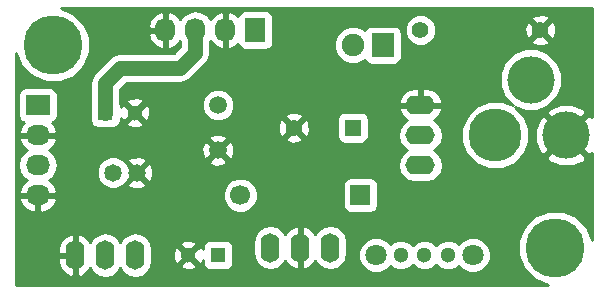
<source format=gbl>
G04 #@! TF.FileFunction,Copper,L2,Bot,Signal*
%FSLAX46Y46*%
G04 Gerber Fmt 4.6, Leading zero omitted, Abs format (unit mm)*
G04 Created by KiCad (PCBNEW (2015-08-16 BZR 6097, Git b384c94)-product) date 11/6/2015 8:34:41 PM*
%MOMM*%
G01*
G04 APERTURE LIST*
%ADD10C,0.100000*%
%ADD11C,5.000000*%
%ADD12C,4.500000*%
%ADD13C,4.000000*%
%ADD14R,1.900000X2.000000*%
%ADD15C,1.900000*%
%ADD16C,1.300000*%
%ADD17C,1.800000*%
%ADD18R,1.400000X1.400000*%
%ADD19C,1.400000*%
%ADD20R,1.300000X1.300000*%
%ADD21C,1.699260*%
%ADD22R,1.699260X1.699260*%
%ADD23O,2.500000X1.600000*%
%ADD24O,1.600000X2.500000*%
%ADD25C,1.501140*%
%ADD26C,1.480820*%
%ADD27R,2.032000X1.727200*%
%ADD28O,2.032000X1.727200*%
%ADD29R,1.727200X2.032000*%
%ADD30O,1.727200X2.032000*%
%ADD31C,1.270000*%
%ADD32C,0.254000*%
G04 APERTURE END LIST*
D10*
D11*
X192405000Y-125095000D03*
X234950000Y-142240000D03*
D12*
X229870000Y-132715000D03*
D13*
X235870000Y-132715000D03*
X232870000Y-128015000D03*
D14*
X220345000Y-125095000D03*
D15*
X217805000Y-125095000D03*
D16*
X221865000Y-142875000D03*
X225865000Y-142875000D03*
D17*
X219765000Y-142875000D03*
X227965000Y-142875000D03*
D16*
X223865000Y-142875000D03*
D18*
X217805000Y-132080000D03*
D19*
X212805000Y-132080000D03*
D20*
X206375000Y-142875000D03*
D16*
X203875000Y-142875000D03*
D21*
X208279480Y-137797540D03*
D22*
X218439480Y-137797540D03*
D23*
X223520000Y-132715000D03*
X223520000Y-130175000D03*
X223520000Y-135255000D03*
D24*
X213360000Y-142240000D03*
X215900000Y-142240000D03*
X210820000Y-142240000D03*
D25*
X206375000Y-133985000D03*
X206375000Y-130175000D03*
D19*
X223520000Y-123825000D03*
X233680000Y-123825000D03*
D26*
X197500240Y-135890000D03*
X199501760Y-135890000D03*
D20*
X196850000Y-130810000D03*
D16*
X199350000Y-130810000D03*
D27*
X191135000Y-130175000D03*
D28*
X191135000Y-132715000D03*
X191135000Y-135255000D03*
X191135000Y-137795000D03*
D29*
X209550000Y-123825000D03*
D30*
X207010000Y-123825000D03*
X204470000Y-123825000D03*
X201930000Y-123825000D03*
D24*
X196850000Y-142875000D03*
X194310000Y-142875000D03*
X199390000Y-142875000D03*
D31*
X196850000Y-130810000D02*
X196850000Y-128270000D01*
X196850000Y-128270000D02*
X198120000Y-127000000D01*
X198120000Y-127000000D02*
X203200000Y-127000000D01*
X203200000Y-127000000D02*
X204470000Y-125730000D01*
X204470000Y-125730000D02*
X204470000Y-123825000D01*
D32*
G36*
X238075000Y-131216090D02*
X237745022Y-131019584D01*
X236049605Y-132715000D01*
X237745022Y-134410416D01*
X238075000Y-134213910D01*
X238075000Y-141593630D01*
X237609273Y-140466485D01*
X236728153Y-139583826D01*
X235576326Y-139105546D01*
X234329146Y-139104457D01*
X233176485Y-139580727D01*
X232293826Y-140461847D01*
X231815546Y-141613674D01*
X231814457Y-142860854D01*
X232290727Y-144013515D01*
X233171847Y-144896174D01*
X234300906Y-145365000D01*
X189280000Y-145365000D01*
X189280000Y-143002000D01*
X192875000Y-143002000D01*
X192875000Y-143452000D01*
X193032834Y-143991483D01*
X193385104Y-144429500D01*
X193878181Y-144699367D01*
X193960961Y-144716904D01*
X194183000Y-144594915D01*
X194183000Y-143002000D01*
X192875000Y-143002000D01*
X189280000Y-143002000D01*
X189280000Y-142298000D01*
X192875000Y-142298000D01*
X192875000Y-142748000D01*
X194183000Y-142748000D01*
X194183000Y-141155085D01*
X194437000Y-141155085D01*
X194437000Y-142748000D01*
X194457000Y-142748000D01*
X194457000Y-143002000D01*
X194437000Y-143002000D01*
X194437000Y-144594915D01*
X194659039Y-144716904D01*
X194741819Y-144699367D01*
X195234896Y-144429500D01*
X195582136Y-143997738D01*
X195835302Y-144376627D01*
X196300849Y-144687696D01*
X196850000Y-144796929D01*
X197399151Y-144687696D01*
X197864698Y-144376627D01*
X198120000Y-143994541D01*
X198375302Y-144376627D01*
X198840849Y-144687696D01*
X199390000Y-144796929D01*
X199939151Y-144687696D01*
X200404698Y-144376627D01*
X200715767Y-143911080D01*
X200743030Y-143774016D01*
X203155590Y-143774016D01*
X203211271Y-144004611D01*
X203694078Y-144172622D01*
X204204428Y-144143083D01*
X204538729Y-144004611D01*
X204594410Y-143774016D01*
X203875000Y-143054605D01*
X203155590Y-143774016D01*
X200743030Y-143774016D01*
X200825000Y-143361929D01*
X200825000Y-142694078D01*
X202577378Y-142694078D01*
X202606917Y-143204428D01*
X202745389Y-143538729D01*
X202975984Y-143594410D01*
X203695395Y-142875000D01*
X204054605Y-142875000D01*
X204774016Y-143594410D01*
X205004611Y-143538729D01*
X205077560Y-143329098D01*
X205077560Y-143525000D01*
X205121838Y-143760317D01*
X205260910Y-143976441D01*
X205473110Y-144121431D01*
X205725000Y-144172440D01*
X207025000Y-144172440D01*
X207260317Y-144128162D01*
X207476441Y-143989090D01*
X207621431Y-143776890D01*
X207672440Y-143525000D01*
X207672440Y-142225000D01*
X207628162Y-141989683D01*
X207489090Y-141773559D01*
X207459105Y-141753071D01*
X209385000Y-141753071D01*
X209385000Y-142726929D01*
X209494233Y-143276080D01*
X209805302Y-143741627D01*
X210270849Y-144052696D01*
X210820000Y-144161929D01*
X211369151Y-144052696D01*
X211834698Y-143741627D01*
X212087864Y-143362738D01*
X212435104Y-143794500D01*
X212928181Y-144064367D01*
X213010961Y-144081904D01*
X213233000Y-143959915D01*
X213233000Y-142367000D01*
X213213000Y-142367000D01*
X213213000Y-142113000D01*
X213233000Y-142113000D01*
X213233000Y-140520085D01*
X213487000Y-140520085D01*
X213487000Y-142113000D01*
X213507000Y-142113000D01*
X213507000Y-142367000D01*
X213487000Y-142367000D01*
X213487000Y-143959915D01*
X213709039Y-144081904D01*
X213791819Y-144064367D01*
X214284896Y-143794500D01*
X214632136Y-143362738D01*
X214885302Y-143741627D01*
X215350849Y-144052696D01*
X215900000Y-144161929D01*
X216449151Y-144052696D01*
X216914698Y-143741627D01*
X217225767Y-143276080D01*
X217245079Y-143178991D01*
X218229735Y-143178991D01*
X218462932Y-143743371D01*
X218894357Y-144175551D01*
X219458330Y-144409733D01*
X220068991Y-144410265D01*
X220633371Y-144177068D01*
X220991869Y-143819196D01*
X221136155Y-143963735D01*
X221608276Y-144159777D01*
X222119481Y-144160223D01*
X222591943Y-143965005D01*
X222865160Y-143692266D01*
X223136155Y-143963735D01*
X223608276Y-144159777D01*
X224119481Y-144160223D01*
X224591943Y-143965005D01*
X224865160Y-143692266D01*
X225136155Y-143963735D01*
X225608276Y-144159777D01*
X226119481Y-144160223D01*
X226591943Y-143965005D01*
X226738316Y-143818887D01*
X227094357Y-144175551D01*
X227658330Y-144409733D01*
X228268991Y-144410265D01*
X228833371Y-144177068D01*
X229265551Y-143745643D01*
X229499733Y-143181670D01*
X229500265Y-142571009D01*
X229267068Y-142006629D01*
X228835643Y-141574449D01*
X228271670Y-141340267D01*
X227661009Y-141339735D01*
X227096629Y-141572932D01*
X226738131Y-141930804D01*
X226593845Y-141786265D01*
X226121724Y-141590223D01*
X225610519Y-141589777D01*
X225138057Y-141784995D01*
X224864840Y-142057734D01*
X224593845Y-141786265D01*
X224121724Y-141590223D01*
X223610519Y-141589777D01*
X223138057Y-141784995D01*
X222864840Y-142057734D01*
X222593845Y-141786265D01*
X222121724Y-141590223D01*
X221610519Y-141589777D01*
X221138057Y-141784995D01*
X220991684Y-141931113D01*
X220635643Y-141574449D01*
X220071670Y-141340267D01*
X219461009Y-141339735D01*
X218896629Y-141572932D01*
X218464449Y-142004357D01*
X218230267Y-142568330D01*
X218229735Y-143178991D01*
X217245079Y-143178991D01*
X217335000Y-142726929D01*
X217335000Y-141753071D01*
X217225767Y-141203920D01*
X216914698Y-140738373D01*
X216449151Y-140427304D01*
X215900000Y-140318071D01*
X215350849Y-140427304D01*
X214885302Y-140738373D01*
X214632136Y-141117262D01*
X214284896Y-140685500D01*
X213791819Y-140415633D01*
X213709039Y-140398096D01*
X213487000Y-140520085D01*
X213233000Y-140520085D01*
X213010961Y-140398096D01*
X212928181Y-140415633D01*
X212435104Y-140685500D01*
X212087864Y-141117262D01*
X211834698Y-140738373D01*
X211369151Y-140427304D01*
X210820000Y-140318071D01*
X210270849Y-140427304D01*
X209805302Y-140738373D01*
X209494233Y-141203920D01*
X209385000Y-141753071D01*
X207459105Y-141753071D01*
X207276890Y-141628569D01*
X207025000Y-141577560D01*
X205725000Y-141577560D01*
X205489683Y-141621838D01*
X205273559Y-141760910D01*
X205128569Y-141973110D01*
X205077560Y-142225000D01*
X205077560Y-142387385D01*
X205004611Y-142211271D01*
X204774016Y-142155590D01*
X204054605Y-142875000D01*
X203695395Y-142875000D01*
X202975984Y-142155590D01*
X202745389Y-142211271D01*
X202577378Y-142694078D01*
X200825000Y-142694078D01*
X200825000Y-142388071D01*
X200743031Y-141975984D01*
X203155590Y-141975984D01*
X203875000Y-142695395D01*
X204594410Y-141975984D01*
X204538729Y-141745389D01*
X204055922Y-141577378D01*
X203545572Y-141606917D01*
X203211271Y-141745389D01*
X203155590Y-141975984D01*
X200743031Y-141975984D01*
X200715767Y-141838920D01*
X200404698Y-141373373D01*
X199939151Y-141062304D01*
X199390000Y-140953071D01*
X198840849Y-141062304D01*
X198375302Y-141373373D01*
X198120000Y-141755459D01*
X197864698Y-141373373D01*
X197399151Y-141062304D01*
X196850000Y-140953071D01*
X196300849Y-141062304D01*
X195835302Y-141373373D01*
X195582136Y-141752262D01*
X195234896Y-141320500D01*
X194741819Y-141050633D01*
X194659039Y-141033096D01*
X194437000Y-141155085D01*
X194183000Y-141155085D01*
X193960961Y-141033096D01*
X193878181Y-141050633D01*
X193385104Y-141320500D01*
X193032834Y-141758517D01*
X192875000Y-142298000D01*
X189280000Y-142298000D01*
X189280000Y-138154026D01*
X189527642Y-138154026D01*
X189530291Y-138169791D01*
X189784268Y-138697036D01*
X190220680Y-139086954D01*
X190773087Y-139280184D01*
X191008000Y-139135924D01*
X191008000Y-137922000D01*
X191262000Y-137922000D01*
X191262000Y-139135924D01*
X191496913Y-139280184D01*
X192049320Y-139086954D01*
X192485732Y-138697036D01*
X192739709Y-138169791D01*
X192742358Y-138154026D01*
X192709743Y-138091556D01*
X206794592Y-138091556D01*
X207020138Y-138637417D01*
X207437406Y-139055414D01*
X207982873Y-139281912D01*
X208573496Y-139282428D01*
X209119357Y-139056882D01*
X209537354Y-138639614D01*
X209763852Y-138094147D01*
X209764368Y-137503524D01*
X209538822Y-136957663D01*
X209529087Y-136947910D01*
X216942410Y-136947910D01*
X216942410Y-138647170D01*
X216986688Y-138882487D01*
X217125760Y-139098611D01*
X217337960Y-139243601D01*
X217589850Y-139294610D01*
X219289110Y-139294610D01*
X219524427Y-139250332D01*
X219740551Y-139111260D01*
X219885541Y-138899060D01*
X219936550Y-138647170D01*
X219936550Y-136947910D01*
X219892272Y-136712593D01*
X219753200Y-136496469D01*
X219541000Y-136351479D01*
X219289110Y-136300470D01*
X217589850Y-136300470D01*
X217354533Y-136344748D01*
X217138409Y-136483820D01*
X216993419Y-136696020D01*
X216942410Y-136947910D01*
X209529087Y-136947910D01*
X209121554Y-136539666D01*
X208576087Y-136313168D01*
X207985464Y-136312652D01*
X207439603Y-136538198D01*
X207021606Y-136955466D01*
X206795108Y-137500933D01*
X206794592Y-138091556D01*
X192709743Y-138091556D01*
X192621217Y-137922000D01*
X191262000Y-137922000D01*
X191008000Y-137922000D01*
X189648783Y-137922000D01*
X189527642Y-138154026D01*
X189280000Y-138154026D01*
X189280000Y-135255000D01*
X189451655Y-135255000D01*
X189565729Y-135828489D01*
X189890585Y-136314670D01*
X190200069Y-136521461D01*
X189784268Y-136892964D01*
X189530291Y-137420209D01*
X189527642Y-137435974D01*
X189648783Y-137668000D01*
X191008000Y-137668000D01*
X191008000Y-137648000D01*
X191262000Y-137648000D01*
X191262000Y-137668000D01*
X192621217Y-137668000D01*
X192742358Y-137435974D01*
X192739709Y-137420209D01*
X192485732Y-136892964D01*
X192069931Y-136521461D01*
X192379415Y-136314670D01*
X192481167Y-136162386D01*
X196124592Y-136162386D01*
X196333544Y-136668089D01*
X196720116Y-137055336D01*
X197225454Y-137265171D01*
X197772626Y-137265648D01*
X198278329Y-137056696D01*
X198480810Y-136854567D01*
X198716798Y-136854567D01*
X198783609Y-137094516D01*
X199299223Y-137277652D01*
X199845672Y-137249531D01*
X200219911Y-137094516D01*
X200286722Y-136854567D01*
X199501760Y-136069605D01*
X198716798Y-136854567D01*
X198480810Y-136854567D01*
X198665576Y-136670124D01*
X198753305Y-136458850D01*
X199322155Y-135890000D01*
X199681365Y-135890000D01*
X200466327Y-136674962D01*
X200706276Y-136608151D01*
X200889412Y-136092537D01*
X200861291Y-135546088D01*
X200706276Y-135171849D01*
X200466327Y-135105038D01*
X199681365Y-135890000D01*
X199322155Y-135890000D01*
X198753453Y-135321298D01*
X198666936Y-135111911D01*
X198480784Y-134925433D01*
X198716798Y-134925433D01*
X199501760Y-135710395D01*
X200255225Y-134956930D01*
X205582675Y-134956930D01*
X205650735Y-135197931D01*
X206170034Y-135382767D01*
X206720538Y-135354805D01*
X207099265Y-135197931D01*
X207167325Y-134956930D01*
X206375000Y-134164605D01*
X205582675Y-134956930D01*
X200255225Y-134956930D01*
X200286722Y-134925433D01*
X200219911Y-134685484D01*
X199704297Y-134502348D01*
X199157848Y-134530469D01*
X198783609Y-134685484D01*
X198716798Y-134925433D01*
X198480784Y-134925433D01*
X198280364Y-134724664D01*
X197775026Y-134514829D01*
X197227854Y-134514352D01*
X196722151Y-134723304D01*
X196334904Y-135109876D01*
X196125069Y-135615214D01*
X196124592Y-136162386D01*
X192481167Y-136162386D01*
X192704271Y-135828489D01*
X192818345Y-135255000D01*
X192704271Y-134681511D01*
X192379415Y-134195330D01*
X192069931Y-133988539D01*
X192303298Y-133780034D01*
X204977233Y-133780034D01*
X205005195Y-134330538D01*
X205162069Y-134709265D01*
X205403070Y-134777325D01*
X206195395Y-133985000D01*
X206554605Y-133985000D01*
X207346930Y-134777325D01*
X207587931Y-134709265D01*
X207772767Y-134189966D01*
X207744805Y-133639462D01*
X207587931Y-133260735D01*
X207346930Y-133192675D01*
X206554605Y-133985000D01*
X206195395Y-133985000D01*
X205403070Y-133192675D01*
X205162069Y-133260735D01*
X204977233Y-133780034D01*
X192303298Y-133780034D01*
X192485732Y-133617036D01*
X192739709Y-133089791D01*
X192742358Y-133074026D01*
X192710533Y-133013070D01*
X205582675Y-133013070D01*
X206375000Y-133805395D01*
X207165120Y-133015275D01*
X212049331Y-133015275D01*
X212111169Y-133251042D01*
X212612122Y-133427419D01*
X213142440Y-133398664D01*
X213498831Y-133251042D01*
X213560669Y-133015275D01*
X212805000Y-132259605D01*
X212049331Y-133015275D01*
X207165120Y-133015275D01*
X207167325Y-133013070D01*
X207099265Y-132772069D01*
X206579966Y-132587233D01*
X206029462Y-132615195D01*
X205650735Y-132772069D01*
X205582675Y-133013070D01*
X192710533Y-133013070D01*
X192621217Y-132842000D01*
X191262000Y-132842000D01*
X191262000Y-132862000D01*
X191008000Y-132862000D01*
X191008000Y-132842000D01*
X189648783Y-132842000D01*
X189527642Y-133074026D01*
X189530291Y-133089791D01*
X189784268Y-133617036D01*
X190200069Y-133988539D01*
X189890585Y-134195330D01*
X189565729Y-134681511D01*
X189451655Y-135255000D01*
X189280000Y-135255000D01*
X189280000Y-129311400D01*
X189471560Y-129311400D01*
X189471560Y-131038600D01*
X189515838Y-131273917D01*
X189654910Y-131490041D01*
X189867110Y-131635031D01*
X189961927Y-131654232D01*
X189784268Y-131812964D01*
X189530291Y-132340209D01*
X189527642Y-132355974D01*
X189648783Y-132588000D01*
X191008000Y-132588000D01*
X191008000Y-132568000D01*
X191262000Y-132568000D01*
X191262000Y-132588000D01*
X192621217Y-132588000D01*
X192742358Y-132355974D01*
X192739709Y-132340209D01*
X192485732Y-131812964D01*
X192310155Y-131656093D01*
X192386317Y-131641762D01*
X192602441Y-131502690D01*
X192747431Y-131290490D01*
X192798440Y-131038600D01*
X192798440Y-130160000D01*
X195552560Y-130160000D01*
X195552560Y-131460000D01*
X195596838Y-131695317D01*
X195735910Y-131911441D01*
X195948110Y-132056431D01*
X196200000Y-132107440D01*
X197500000Y-132107440D01*
X197735317Y-132063162D01*
X197951441Y-131924090D01*
X198096431Y-131711890D01*
X198097012Y-131709016D01*
X198630590Y-131709016D01*
X198686271Y-131939611D01*
X199169078Y-132107622D01*
X199679428Y-132078083D01*
X200013729Y-131939611D01*
X200026403Y-131887122D01*
X211457581Y-131887122D01*
X211486336Y-132417440D01*
X211633958Y-132773831D01*
X211869725Y-132835669D01*
X212625395Y-132080000D01*
X212984605Y-132080000D01*
X213740275Y-132835669D01*
X213976042Y-132773831D01*
X214152419Y-132272878D01*
X214123664Y-131742560D01*
X213976042Y-131386169D01*
X213952522Y-131380000D01*
X216457560Y-131380000D01*
X216457560Y-132780000D01*
X216501838Y-133015317D01*
X216640910Y-133231441D01*
X216853110Y-133376431D01*
X217105000Y-133427440D01*
X218505000Y-133427440D01*
X218740317Y-133383162D01*
X218956441Y-133244090D01*
X219101431Y-133031890D01*
X219152440Y-132780000D01*
X219152440Y-132715000D01*
X221598071Y-132715000D01*
X221707304Y-133264151D01*
X222018373Y-133729698D01*
X222400459Y-133985000D01*
X222018373Y-134240302D01*
X221707304Y-134705849D01*
X221598071Y-135255000D01*
X221707304Y-135804151D01*
X222018373Y-136269698D01*
X222483920Y-136580767D01*
X223033071Y-136690000D01*
X224006929Y-136690000D01*
X224556080Y-136580767D01*
X225021627Y-136269698D01*
X225332696Y-135804151D01*
X225441929Y-135255000D01*
X225332696Y-134705849D01*
X225021627Y-134240302D01*
X224639541Y-133985000D01*
X225021627Y-133729698D01*
X225317867Y-133286344D01*
X226984501Y-133286344D01*
X227422790Y-134347086D01*
X228233645Y-135159357D01*
X229293620Y-135599498D01*
X230441344Y-135600499D01*
X231502086Y-135162210D01*
X232075273Y-134590022D01*
X234174584Y-134590022D01*
X234395353Y-134960743D01*
X235367012Y-135354119D01*
X236415247Y-135345713D01*
X237344647Y-134960743D01*
X237565416Y-134590022D01*
X235870000Y-132894605D01*
X234174584Y-134590022D01*
X232075273Y-134590022D01*
X232314357Y-134351355D01*
X232754498Y-133291380D01*
X232755439Y-132212012D01*
X233230881Y-132212012D01*
X233239287Y-133260247D01*
X233624257Y-134189647D01*
X233994978Y-134410416D01*
X235690395Y-132715000D01*
X233994978Y-131019584D01*
X233624257Y-131240353D01*
X233230881Y-132212012D01*
X232755439Y-132212012D01*
X232755499Y-132143656D01*
X232317210Y-131082914D01*
X232074698Y-130839978D01*
X234174584Y-130839978D01*
X235870000Y-132535395D01*
X237565416Y-130839978D01*
X237344647Y-130469257D01*
X236372988Y-130075881D01*
X235324753Y-130084287D01*
X234395353Y-130469257D01*
X234174584Y-130839978D01*
X232074698Y-130839978D01*
X231559651Y-130324032D01*
X232343567Y-130649542D01*
X233391834Y-130650457D01*
X234360658Y-130250147D01*
X235102542Y-129509557D01*
X235504542Y-128541433D01*
X235505457Y-127493166D01*
X235105147Y-126524342D01*
X234364557Y-125782458D01*
X233396433Y-125380458D01*
X232348166Y-125379543D01*
X231379342Y-125779853D01*
X230637458Y-126520443D01*
X230235458Y-127488567D01*
X230234543Y-128536834D01*
X230634853Y-129505658D01*
X231322147Y-130194153D01*
X230446380Y-129830502D01*
X229298656Y-129829501D01*
X228237914Y-130267790D01*
X227425643Y-131078645D01*
X226985502Y-132138620D01*
X226984501Y-133286344D01*
X225317867Y-133286344D01*
X225332696Y-133264151D01*
X225441929Y-132715000D01*
X225332696Y-132165849D01*
X225021627Y-131700302D01*
X224642738Y-131447136D01*
X225074500Y-131099896D01*
X225344367Y-130606819D01*
X225361904Y-130524039D01*
X225239915Y-130302000D01*
X223647000Y-130302000D01*
X223647000Y-130322000D01*
X223393000Y-130322000D01*
X223393000Y-130302000D01*
X221800085Y-130302000D01*
X221678096Y-130524039D01*
X221695633Y-130606819D01*
X221965500Y-131099896D01*
X222397262Y-131447136D01*
X222018373Y-131700302D01*
X221707304Y-132165849D01*
X221598071Y-132715000D01*
X219152440Y-132715000D01*
X219152440Y-131380000D01*
X219108162Y-131144683D01*
X218969090Y-130928559D01*
X218756890Y-130783569D01*
X218505000Y-130732560D01*
X217105000Y-130732560D01*
X216869683Y-130776838D01*
X216653559Y-130915910D01*
X216508569Y-131128110D01*
X216457560Y-131380000D01*
X213952522Y-131380000D01*
X213740275Y-131324331D01*
X212984605Y-132080000D01*
X212625395Y-132080000D01*
X211869725Y-131324331D01*
X211633958Y-131386169D01*
X211457581Y-131887122D01*
X200026403Y-131887122D01*
X200069410Y-131709016D01*
X199350000Y-130989605D01*
X198630590Y-131709016D01*
X198097012Y-131709016D01*
X198147440Y-131460000D01*
X198147440Y-131297615D01*
X198220389Y-131473729D01*
X198450984Y-131529410D01*
X199170395Y-130810000D01*
X199529605Y-130810000D01*
X200249016Y-131529410D01*
X200479611Y-131473729D01*
X200647622Y-130990922D01*
X200618083Y-130480572D01*
X200605171Y-130449398D01*
X204989190Y-130449398D01*
X205199686Y-130958837D01*
X205589113Y-131348944D01*
X206098184Y-131560329D01*
X206649398Y-131560810D01*
X207158837Y-131350314D01*
X207364784Y-131144725D01*
X212049331Y-131144725D01*
X212805000Y-131900395D01*
X213560669Y-131144725D01*
X213498831Y-130908958D01*
X212997878Y-130732581D01*
X212467560Y-130761336D01*
X212111169Y-130908958D01*
X212049331Y-131144725D01*
X207364784Y-131144725D01*
X207548944Y-130960887D01*
X207760329Y-130451816D01*
X207760810Y-129900602D01*
X207729969Y-129825961D01*
X221678096Y-129825961D01*
X221800085Y-130048000D01*
X223393000Y-130048000D01*
X223393000Y-128740000D01*
X223647000Y-128740000D01*
X223647000Y-130048000D01*
X225239915Y-130048000D01*
X225361904Y-129825961D01*
X225344367Y-129743181D01*
X225074500Y-129250104D01*
X224636483Y-128897834D01*
X224097000Y-128740000D01*
X223647000Y-128740000D01*
X223393000Y-128740000D01*
X222943000Y-128740000D01*
X222403517Y-128897834D01*
X221965500Y-129250104D01*
X221695633Y-129743181D01*
X221678096Y-129825961D01*
X207729969Y-129825961D01*
X207550314Y-129391163D01*
X207160887Y-129001056D01*
X206651816Y-128789671D01*
X206100602Y-128789190D01*
X205591163Y-128999686D01*
X205201056Y-129389113D01*
X204989671Y-129898184D01*
X204989190Y-130449398D01*
X200605171Y-130449398D01*
X200479611Y-130146271D01*
X200249016Y-130090590D01*
X199529605Y-130810000D01*
X199170395Y-130810000D01*
X198450984Y-130090590D01*
X198220389Y-130146271D01*
X198147440Y-130355902D01*
X198147440Y-130160000D01*
X198120000Y-130014169D01*
X198120000Y-129910984D01*
X198630590Y-129910984D01*
X199350000Y-130630395D01*
X200069410Y-129910984D01*
X200013729Y-129680389D01*
X199530922Y-129512378D01*
X199020572Y-129541917D01*
X198686271Y-129680389D01*
X198630590Y-129910984D01*
X198120000Y-129910984D01*
X198120000Y-128796052D01*
X198646051Y-128270000D01*
X203199995Y-128270000D01*
X203200000Y-128270001D01*
X203686008Y-128173327D01*
X204098026Y-127898026D01*
X205368023Y-126628028D01*
X205368026Y-126628026D01*
X205643327Y-126216008D01*
X205740000Y-125730000D01*
X205740000Y-124763892D01*
X206107964Y-125175732D01*
X206635209Y-125429709D01*
X206650974Y-125432358D01*
X206883000Y-125311217D01*
X206883000Y-123952000D01*
X206863000Y-123952000D01*
X206863000Y-123698000D01*
X206883000Y-123698000D01*
X206883000Y-122338783D01*
X207137000Y-122338783D01*
X207137000Y-123698000D01*
X207157000Y-123698000D01*
X207157000Y-123952000D01*
X207137000Y-123952000D01*
X207137000Y-125311217D01*
X207369026Y-125432358D01*
X207384791Y-125429709D01*
X207912036Y-125175732D01*
X208068907Y-125000155D01*
X208083238Y-125076317D01*
X208222310Y-125292441D01*
X208434510Y-125437431D01*
X208686400Y-125488440D01*
X210413600Y-125488440D01*
X210648917Y-125444162D01*
X210703726Y-125408893D01*
X216219725Y-125408893D01*
X216460519Y-125991657D01*
X216905997Y-126437914D01*
X217488341Y-126679724D01*
X218118893Y-126680275D01*
X218701657Y-126439481D01*
X218799337Y-126341971D01*
X218930910Y-126546441D01*
X219143110Y-126691431D01*
X219395000Y-126742440D01*
X221295000Y-126742440D01*
X221530317Y-126698162D01*
X221746441Y-126559090D01*
X221891431Y-126346890D01*
X221942440Y-126095000D01*
X221942440Y-124095000D01*
X221941384Y-124089383D01*
X222184769Y-124089383D01*
X222387582Y-124580229D01*
X222762796Y-124956098D01*
X223253287Y-125159768D01*
X223784383Y-125160231D01*
X224275229Y-124957418D01*
X224472716Y-124760275D01*
X232924331Y-124760275D01*
X232986169Y-124996042D01*
X233487122Y-125172419D01*
X234017440Y-125143664D01*
X234373831Y-124996042D01*
X234435669Y-124760275D01*
X233680000Y-124004605D01*
X232924331Y-124760275D01*
X224472716Y-124760275D01*
X224651098Y-124582204D01*
X224854768Y-124091713D01*
X224855168Y-123632122D01*
X232332581Y-123632122D01*
X232361336Y-124162440D01*
X232508958Y-124518831D01*
X232744725Y-124580669D01*
X233500395Y-123825000D01*
X233859605Y-123825000D01*
X234615275Y-124580669D01*
X234851042Y-124518831D01*
X235027419Y-124017878D01*
X234998664Y-123487560D01*
X234851042Y-123131169D01*
X234615275Y-123069331D01*
X233859605Y-123825000D01*
X233500395Y-123825000D01*
X232744725Y-123069331D01*
X232508958Y-123131169D01*
X232332581Y-123632122D01*
X224855168Y-123632122D01*
X224855231Y-123560617D01*
X224652418Y-123069771D01*
X224472686Y-122889725D01*
X232924331Y-122889725D01*
X233680000Y-123645395D01*
X234435669Y-122889725D01*
X234373831Y-122653958D01*
X233872878Y-122477581D01*
X233342560Y-122506336D01*
X232986169Y-122653958D01*
X232924331Y-122889725D01*
X224472686Y-122889725D01*
X224277204Y-122693902D01*
X223786713Y-122490232D01*
X223255617Y-122489769D01*
X222764771Y-122692582D01*
X222388902Y-123067796D01*
X222185232Y-123558287D01*
X222184769Y-124089383D01*
X221941384Y-124089383D01*
X221898162Y-123859683D01*
X221759090Y-123643559D01*
X221546890Y-123498569D01*
X221295000Y-123447560D01*
X219395000Y-123447560D01*
X219159683Y-123491838D01*
X218943559Y-123630910D01*
X218798569Y-123843110D01*
X218797945Y-123846192D01*
X218704003Y-123752086D01*
X218121659Y-123510276D01*
X217491107Y-123509725D01*
X216908343Y-123750519D01*
X216462086Y-124195997D01*
X216220276Y-124778341D01*
X216219725Y-125408893D01*
X210703726Y-125408893D01*
X210865041Y-125305090D01*
X211010031Y-125092890D01*
X211061040Y-124841000D01*
X211061040Y-122809000D01*
X211016762Y-122573683D01*
X210877690Y-122357559D01*
X210665490Y-122212569D01*
X210413600Y-122161560D01*
X208686400Y-122161560D01*
X208451083Y-122205838D01*
X208234959Y-122344910D01*
X208089969Y-122557110D01*
X208070768Y-122651927D01*
X207912036Y-122474268D01*
X207384791Y-122220291D01*
X207369026Y-122217642D01*
X207137000Y-122338783D01*
X206883000Y-122338783D01*
X206650974Y-122217642D01*
X206635209Y-122220291D01*
X206107964Y-122474268D01*
X205736461Y-122890069D01*
X205529670Y-122580585D01*
X205043489Y-122255729D01*
X204470000Y-122141655D01*
X203896511Y-122255729D01*
X203410330Y-122580585D01*
X203203539Y-122890069D01*
X202832036Y-122474268D01*
X202304791Y-122220291D01*
X202289026Y-122217642D01*
X202057000Y-122338783D01*
X202057000Y-123698000D01*
X202077000Y-123698000D01*
X202077000Y-123952000D01*
X202057000Y-123952000D01*
X202057000Y-125311217D01*
X202289026Y-125432358D01*
X202304791Y-125429709D01*
X202832036Y-125175732D01*
X203200000Y-124763892D01*
X203200000Y-125203949D01*
X202673948Y-125730000D01*
X198120000Y-125730000D01*
X197633992Y-125826673D01*
X197221974Y-126101974D01*
X197221972Y-126101977D01*
X195951974Y-127371974D01*
X195676673Y-127783992D01*
X195579999Y-128270000D01*
X195580000Y-128270005D01*
X195580000Y-130024497D01*
X195552560Y-130160000D01*
X192798440Y-130160000D01*
X192798440Y-129311400D01*
X192754162Y-129076083D01*
X192615090Y-128859959D01*
X192402890Y-128714969D01*
X192151000Y-128663960D01*
X190119000Y-128663960D01*
X189883683Y-128708238D01*
X189667559Y-128847310D01*
X189522569Y-129059510D01*
X189471560Y-129311400D01*
X189280000Y-129311400D01*
X189280000Y-125741370D01*
X189745727Y-126868515D01*
X190626847Y-127751174D01*
X191778674Y-128229454D01*
X193025854Y-128230543D01*
X194178515Y-127754273D01*
X195061174Y-126873153D01*
X195539454Y-125721326D01*
X195540543Y-124474146D01*
X195421861Y-124186913D01*
X200444816Y-124186913D01*
X200638046Y-124739320D01*
X201027964Y-125175732D01*
X201555209Y-125429709D01*
X201570974Y-125432358D01*
X201803000Y-125311217D01*
X201803000Y-123952000D01*
X200589076Y-123952000D01*
X200444816Y-124186913D01*
X195421861Y-124186913D01*
X195122782Y-123463087D01*
X200444816Y-123463087D01*
X200589076Y-123698000D01*
X201803000Y-123698000D01*
X201803000Y-122338783D01*
X201570974Y-122217642D01*
X201555209Y-122220291D01*
X201027964Y-122474268D01*
X200638046Y-122910680D01*
X200444816Y-123463087D01*
X195122782Y-123463087D01*
X195064273Y-123321485D01*
X194183153Y-122438826D01*
X193054094Y-121970000D01*
X238075000Y-121970000D01*
X238075000Y-131216090D01*
X238075000Y-131216090D01*
G37*
X238075000Y-131216090D02*
X237745022Y-131019584D01*
X236049605Y-132715000D01*
X237745022Y-134410416D01*
X238075000Y-134213910D01*
X238075000Y-141593630D01*
X237609273Y-140466485D01*
X236728153Y-139583826D01*
X235576326Y-139105546D01*
X234329146Y-139104457D01*
X233176485Y-139580727D01*
X232293826Y-140461847D01*
X231815546Y-141613674D01*
X231814457Y-142860854D01*
X232290727Y-144013515D01*
X233171847Y-144896174D01*
X234300906Y-145365000D01*
X189280000Y-145365000D01*
X189280000Y-143002000D01*
X192875000Y-143002000D01*
X192875000Y-143452000D01*
X193032834Y-143991483D01*
X193385104Y-144429500D01*
X193878181Y-144699367D01*
X193960961Y-144716904D01*
X194183000Y-144594915D01*
X194183000Y-143002000D01*
X192875000Y-143002000D01*
X189280000Y-143002000D01*
X189280000Y-142298000D01*
X192875000Y-142298000D01*
X192875000Y-142748000D01*
X194183000Y-142748000D01*
X194183000Y-141155085D01*
X194437000Y-141155085D01*
X194437000Y-142748000D01*
X194457000Y-142748000D01*
X194457000Y-143002000D01*
X194437000Y-143002000D01*
X194437000Y-144594915D01*
X194659039Y-144716904D01*
X194741819Y-144699367D01*
X195234896Y-144429500D01*
X195582136Y-143997738D01*
X195835302Y-144376627D01*
X196300849Y-144687696D01*
X196850000Y-144796929D01*
X197399151Y-144687696D01*
X197864698Y-144376627D01*
X198120000Y-143994541D01*
X198375302Y-144376627D01*
X198840849Y-144687696D01*
X199390000Y-144796929D01*
X199939151Y-144687696D01*
X200404698Y-144376627D01*
X200715767Y-143911080D01*
X200743030Y-143774016D01*
X203155590Y-143774016D01*
X203211271Y-144004611D01*
X203694078Y-144172622D01*
X204204428Y-144143083D01*
X204538729Y-144004611D01*
X204594410Y-143774016D01*
X203875000Y-143054605D01*
X203155590Y-143774016D01*
X200743030Y-143774016D01*
X200825000Y-143361929D01*
X200825000Y-142694078D01*
X202577378Y-142694078D01*
X202606917Y-143204428D01*
X202745389Y-143538729D01*
X202975984Y-143594410D01*
X203695395Y-142875000D01*
X204054605Y-142875000D01*
X204774016Y-143594410D01*
X205004611Y-143538729D01*
X205077560Y-143329098D01*
X205077560Y-143525000D01*
X205121838Y-143760317D01*
X205260910Y-143976441D01*
X205473110Y-144121431D01*
X205725000Y-144172440D01*
X207025000Y-144172440D01*
X207260317Y-144128162D01*
X207476441Y-143989090D01*
X207621431Y-143776890D01*
X207672440Y-143525000D01*
X207672440Y-142225000D01*
X207628162Y-141989683D01*
X207489090Y-141773559D01*
X207459105Y-141753071D01*
X209385000Y-141753071D01*
X209385000Y-142726929D01*
X209494233Y-143276080D01*
X209805302Y-143741627D01*
X210270849Y-144052696D01*
X210820000Y-144161929D01*
X211369151Y-144052696D01*
X211834698Y-143741627D01*
X212087864Y-143362738D01*
X212435104Y-143794500D01*
X212928181Y-144064367D01*
X213010961Y-144081904D01*
X213233000Y-143959915D01*
X213233000Y-142367000D01*
X213213000Y-142367000D01*
X213213000Y-142113000D01*
X213233000Y-142113000D01*
X213233000Y-140520085D01*
X213487000Y-140520085D01*
X213487000Y-142113000D01*
X213507000Y-142113000D01*
X213507000Y-142367000D01*
X213487000Y-142367000D01*
X213487000Y-143959915D01*
X213709039Y-144081904D01*
X213791819Y-144064367D01*
X214284896Y-143794500D01*
X214632136Y-143362738D01*
X214885302Y-143741627D01*
X215350849Y-144052696D01*
X215900000Y-144161929D01*
X216449151Y-144052696D01*
X216914698Y-143741627D01*
X217225767Y-143276080D01*
X217245079Y-143178991D01*
X218229735Y-143178991D01*
X218462932Y-143743371D01*
X218894357Y-144175551D01*
X219458330Y-144409733D01*
X220068991Y-144410265D01*
X220633371Y-144177068D01*
X220991869Y-143819196D01*
X221136155Y-143963735D01*
X221608276Y-144159777D01*
X222119481Y-144160223D01*
X222591943Y-143965005D01*
X222865160Y-143692266D01*
X223136155Y-143963735D01*
X223608276Y-144159777D01*
X224119481Y-144160223D01*
X224591943Y-143965005D01*
X224865160Y-143692266D01*
X225136155Y-143963735D01*
X225608276Y-144159777D01*
X226119481Y-144160223D01*
X226591943Y-143965005D01*
X226738316Y-143818887D01*
X227094357Y-144175551D01*
X227658330Y-144409733D01*
X228268991Y-144410265D01*
X228833371Y-144177068D01*
X229265551Y-143745643D01*
X229499733Y-143181670D01*
X229500265Y-142571009D01*
X229267068Y-142006629D01*
X228835643Y-141574449D01*
X228271670Y-141340267D01*
X227661009Y-141339735D01*
X227096629Y-141572932D01*
X226738131Y-141930804D01*
X226593845Y-141786265D01*
X226121724Y-141590223D01*
X225610519Y-141589777D01*
X225138057Y-141784995D01*
X224864840Y-142057734D01*
X224593845Y-141786265D01*
X224121724Y-141590223D01*
X223610519Y-141589777D01*
X223138057Y-141784995D01*
X222864840Y-142057734D01*
X222593845Y-141786265D01*
X222121724Y-141590223D01*
X221610519Y-141589777D01*
X221138057Y-141784995D01*
X220991684Y-141931113D01*
X220635643Y-141574449D01*
X220071670Y-141340267D01*
X219461009Y-141339735D01*
X218896629Y-141572932D01*
X218464449Y-142004357D01*
X218230267Y-142568330D01*
X218229735Y-143178991D01*
X217245079Y-143178991D01*
X217335000Y-142726929D01*
X217335000Y-141753071D01*
X217225767Y-141203920D01*
X216914698Y-140738373D01*
X216449151Y-140427304D01*
X215900000Y-140318071D01*
X215350849Y-140427304D01*
X214885302Y-140738373D01*
X214632136Y-141117262D01*
X214284896Y-140685500D01*
X213791819Y-140415633D01*
X213709039Y-140398096D01*
X213487000Y-140520085D01*
X213233000Y-140520085D01*
X213010961Y-140398096D01*
X212928181Y-140415633D01*
X212435104Y-140685500D01*
X212087864Y-141117262D01*
X211834698Y-140738373D01*
X211369151Y-140427304D01*
X210820000Y-140318071D01*
X210270849Y-140427304D01*
X209805302Y-140738373D01*
X209494233Y-141203920D01*
X209385000Y-141753071D01*
X207459105Y-141753071D01*
X207276890Y-141628569D01*
X207025000Y-141577560D01*
X205725000Y-141577560D01*
X205489683Y-141621838D01*
X205273559Y-141760910D01*
X205128569Y-141973110D01*
X205077560Y-142225000D01*
X205077560Y-142387385D01*
X205004611Y-142211271D01*
X204774016Y-142155590D01*
X204054605Y-142875000D01*
X203695395Y-142875000D01*
X202975984Y-142155590D01*
X202745389Y-142211271D01*
X202577378Y-142694078D01*
X200825000Y-142694078D01*
X200825000Y-142388071D01*
X200743031Y-141975984D01*
X203155590Y-141975984D01*
X203875000Y-142695395D01*
X204594410Y-141975984D01*
X204538729Y-141745389D01*
X204055922Y-141577378D01*
X203545572Y-141606917D01*
X203211271Y-141745389D01*
X203155590Y-141975984D01*
X200743031Y-141975984D01*
X200715767Y-141838920D01*
X200404698Y-141373373D01*
X199939151Y-141062304D01*
X199390000Y-140953071D01*
X198840849Y-141062304D01*
X198375302Y-141373373D01*
X198120000Y-141755459D01*
X197864698Y-141373373D01*
X197399151Y-141062304D01*
X196850000Y-140953071D01*
X196300849Y-141062304D01*
X195835302Y-141373373D01*
X195582136Y-141752262D01*
X195234896Y-141320500D01*
X194741819Y-141050633D01*
X194659039Y-141033096D01*
X194437000Y-141155085D01*
X194183000Y-141155085D01*
X193960961Y-141033096D01*
X193878181Y-141050633D01*
X193385104Y-141320500D01*
X193032834Y-141758517D01*
X192875000Y-142298000D01*
X189280000Y-142298000D01*
X189280000Y-138154026D01*
X189527642Y-138154026D01*
X189530291Y-138169791D01*
X189784268Y-138697036D01*
X190220680Y-139086954D01*
X190773087Y-139280184D01*
X191008000Y-139135924D01*
X191008000Y-137922000D01*
X191262000Y-137922000D01*
X191262000Y-139135924D01*
X191496913Y-139280184D01*
X192049320Y-139086954D01*
X192485732Y-138697036D01*
X192739709Y-138169791D01*
X192742358Y-138154026D01*
X192709743Y-138091556D01*
X206794592Y-138091556D01*
X207020138Y-138637417D01*
X207437406Y-139055414D01*
X207982873Y-139281912D01*
X208573496Y-139282428D01*
X209119357Y-139056882D01*
X209537354Y-138639614D01*
X209763852Y-138094147D01*
X209764368Y-137503524D01*
X209538822Y-136957663D01*
X209529087Y-136947910D01*
X216942410Y-136947910D01*
X216942410Y-138647170D01*
X216986688Y-138882487D01*
X217125760Y-139098611D01*
X217337960Y-139243601D01*
X217589850Y-139294610D01*
X219289110Y-139294610D01*
X219524427Y-139250332D01*
X219740551Y-139111260D01*
X219885541Y-138899060D01*
X219936550Y-138647170D01*
X219936550Y-136947910D01*
X219892272Y-136712593D01*
X219753200Y-136496469D01*
X219541000Y-136351479D01*
X219289110Y-136300470D01*
X217589850Y-136300470D01*
X217354533Y-136344748D01*
X217138409Y-136483820D01*
X216993419Y-136696020D01*
X216942410Y-136947910D01*
X209529087Y-136947910D01*
X209121554Y-136539666D01*
X208576087Y-136313168D01*
X207985464Y-136312652D01*
X207439603Y-136538198D01*
X207021606Y-136955466D01*
X206795108Y-137500933D01*
X206794592Y-138091556D01*
X192709743Y-138091556D01*
X192621217Y-137922000D01*
X191262000Y-137922000D01*
X191008000Y-137922000D01*
X189648783Y-137922000D01*
X189527642Y-138154026D01*
X189280000Y-138154026D01*
X189280000Y-135255000D01*
X189451655Y-135255000D01*
X189565729Y-135828489D01*
X189890585Y-136314670D01*
X190200069Y-136521461D01*
X189784268Y-136892964D01*
X189530291Y-137420209D01*
X189527642Y-137435974D01*
X189648783Y-137668000D01*
X191008000Y-137668000D01*
X191008000Y-137648000D01*
X191262000Y-137648000D01*
X191262000Y-137668000D01*
X192621217Y-137668000D01*
X192742358Y-137435974D01*
X192739709Y-137420209D01*
X192485732Y-136892964D01*
X192069931Y-136521461D01*
X192379415Y-136314670D01*
X192481167Y-136162386D01*
X196124592Y-136162386D01*
X196333544Y-136668089D01*
X196720116Y-137055336D01*
X197225454Y-137265171D01*
X197772626Y-137265648D01*
X198278329Y-137056696D01*
X198480810Y-136854567D01*
X198716798Y-136854567D01*
X198783609Y-137094516D01*
X199299223Y-137277652D01*
X199845672Y-137249531D01*
X200219911Y-137094516D01*
X200286722Y-136854567D01*
X199501760Y-136069605D01*
X198716798Y-136854567D01*
X198480810Y-136854567D01*
X198665576Y-136670124D01*
X198753305Y-136458850D01*
X199322155Y-135890000D01*
X199681365Y-135890000D01*
X200466327Y-136674962D01*
X200706276Y-136608151D01*
X200889412Y-136092537D01*
X200861291Y-135546088D01*
X200706276Y-135171849D01*
X200466327Y-135105038D01*
X199681365Y-135890000D01*
X199322155Y-135890000D01*
X198753453Y-135321298D01*
X198666936Y-135111911D01*
X198480784Y-134925433D01*
X198716798Y-134925433D01*
X199501760Y-135710395D01*
X200255225Y-134956930D01*
X205582675Y-134956930D01*
X205650735Y-135197931D01*
X206170034Y-135382767D01*
X206720538Y-135354805D01*
X207099265Y-135197931D01*
X207167325Y-134956930D01*
X206375000Y-134164605D01*
X205582675Y-134956930D01*
X200255225Y-134956930D01*
X200286722Y-134925433D01*
X200219911Y-134685484D01*
X199704297Y-134502348D01*
X199157848Y-134530469D01*
X198783609Y-134685484D01*
X198716798Y-134925433D01*
X198480784Y-134925433D01*
X198280364Y-134724664D01*
X197775026Y-134514829D01*
X197227854Y-134514352D01*
X196722151Y-134723304D01*
X196334904Y-135109876D01*
X196125069Y-135615214D01*
X196124592Y-136162386D01*
X192481167Y-136162386D01*
X192704271Y-135828489D01*
X192818345Y-135255000D01*
X192704271Y-134681511D01*
X192379415Y-134195330D01*
X192069931Y-133988539D01*
X192303298Y-133780034D01*
X204977233Y-133780034D01*
X205005195Y-134330538D01*
X205162069Y-134709265D01*
X205403070Y-134777325D01*
X206195395Y-133985000D01*
X206554605Y-133985000D01*
X207346930Y-134777325D01*
X207587931Y-134709265D01*
X207772767Y-134189966D01*
X207744805Y-133639462D01*
X207587931Y-133260735D01*
X207346930Y-133192675D01*
X206554605Y-133985000D01*
X206195395Y-133985000D01*
X205403070Y-133192675D01*
X205162069Y-133260735D01*
X204977233Y-133780034D01*
X192303298Y-133780034D01*
X192485732Y-133617036D01*
X192739709Y-133089791D01*
X192742358Y-133074026D01*
X192710533Y-133013070D01*
X205582675Y-133013070D01*
X206375000Y-133805395D01*
X207165120Y-133015275D01*
X212049331Y-133015275D01*
X212111169Y-133251042D01*
X212612122Y-133427419D01*
X213142440Y-133398664D01*
X213498831Y-133251042D01*
X213560669Y-133015275D01*
X212805000Y-132259605D01*
X212049331Y-133015275D01*
X207165120Y-133015275D01*
X207167325Y-133013070D01*
X207099265Y-132772069D01*
X206579966Y-132587233D01*
X206029462Y-132615195D01*
X205650735Y-132772069D01*
X205582675Y-133013070D01*
X192710533Y-133013070D01*
X192621217Y-132842000D01*
X191262000Y-132842000D01*
X191262000Y-132862000D01*
X191008000Y-132862000D01*
X191008000Y-132842000D01*
X189648783Y-132842000D01*
X189527642Y-133074026D01*
X189530291Y-133089791D01*
X189784268Y-133617036D01*
X190200069Y-133988539D01*
X189890585Y-134195330D01*
X189565729Y-134681511D01*
X189451655Y-135255000D01*
X189280000Y-135255000D01*
X189280000Y-129311400D01*
X189471560Y-129311400D01*
X189471560Y-131038600D01*
X189515838Y-131273917D01*
X189654910Y-131490041D01*
X189867110Y-131635031D01*
X189961927Y-131654232D01*
X189784268Y-131812964D01*
X189530291Y-132340209D01*
X189527642Y-132355974D01*
X189648783Y-132588000D01*
X191008000Y-132588000D01*
X191008000Y-132568000D01*
X191262000Y-132568000D01*
X191262000Y-132588000D01*
X192621217Y-132588000D01*
X192742358Y-132355974D01*
X192739709Y-132340209D01*
X192485732Y-131812964D01*
X192310155Y-131656093D01*
X192386317Y-131641762D01*
X192602441Y-131502690D01*
X192747431Y-131290490D01*
X192798440Y-131038600D01*
X192798440Y-130160000D01*
X195552560Y-130160000D01*
X195552560Y-131460000D01*
X195596838Y-131695317D01*
X195735910Y-131911441D01*
X195948110Y-132056431D01*
X196200000Y-132107440D01*
X197500000Y-132107440D01*
X197735317Y-132063162D01*
X197951441Y-131924090D01*
X198096431Y-131711890D01*
X198097012Y-131709016D01*
X198630590Y-131709016D01*
X198686271Y-131939611D01*
X199169078Y-132107622D01*
X199679428Y-132078083D01*
X200013729Y-131939611D01*
X200026403Y-131887122D01*
X211457581Y-131887122D01*
X211486336Y-132417440D01*
X211633958Y-132773831D01*
X211869725Y-132835669D01*
X212625395Y-132080000D01*
X212984605Y-132080000D01*
X213740275Y-132835669D01*
X213976042Y-132773831D01*
X214152419Y-132272878D01*
X214123664Y-131742560D01*
X213976042Y-131386169D01*
X213952522Y-131380000D01*
X216457560Y-131380000D01*
X216457560Y-132780000D01*
X216501838Y-133015317D01*
X216640910Y-133231441D01*
X216853110Y-133376431D01*
X217105000Y-133427440D01*
X218505000Y-133427440D01*
X218740317Y-133383162D01*
X218956441Y-133244090D01*
X219101431Y-133031890D01*
X219152440Y-132780000D01*
X219152440Y-132715000D01*
X221598071Y-132715000D01*
X221707304Y-133264151D01*
X222018373Y-133729698D01*
X222400459Y-133985000D01*
X222018373Y-134240302D01*
X221707304Y-134705849D01*
X221598071Y-135255000D01*
X221707304Y-135804151D01*
X222018373Y-136269698D01*
X222483920Y-136580767D01*
X223033071Y-136690000D01*
X224006929Y-136690000D01*
X224556080Y-136580767D01*
X225021627Y-136269698D01*
X225332696Y-135804151D01*
X225441929Y-135255000D01*
X225332696Y-134705849D01*
X225021627Y-134240302D01*
X224639541Y-133985000D01*
X225021627Y-133729698D01*
X225317867Y-133286344D01*
X226984501Y-133286344D01*
X227422790Y-134347086D01*
X228233645Y-135159357D01*
X229293620Y-135599498D01*
X230441344Y-135600499D01*
X231502086Y-135162210D01*
X232075273Y-134590022D01*
X234174584Y-134590022D01*
X234395353Y-134960743D01*
X235367012Y-135354119D01*
X236415247Y-135345713D01*
X237344647Y-134960743D01*
X237565416Y-134590022D01*
X235870000Y-132894605D01*
X234174584Y-134590022D01*
X232075273Y-134590022D01*
X232314357Y-134351355D01*
X232754498Y-133291380D01*
X232755439Y-132212012D01*
X233230881Y-132212012D01*
X233239287Y-133260247D01*
X233624257Y-134189647D01*
X233994978Y-134410416D01*
X235690395Y-132715000D01*
X233994978Y-131019584D01*
X233624257Y-131240353D01*
X233230881Y-132212012D01*
X232755439Y-132212012D01*
X232755499Y-132143656D01*
X232317210Y-131082914D01*
X232074698Y-130839978D01*
X234174584Y-130839978D01*
X235870000Y-132535395D01*
X237565416Y-130839978D01*
X237344647Y-130469257D01*
X236372988Y-130075881D01*
X235324753Y-130084287D01*
X234395353Y-130469257D01*
X234174584Y-130839978D01*
X232074698Y-130839978D01*
X231559651Y-130324032D01*
X232343567Y-130649542D01*
X233391834Y-130650457D01*
X234360658Y-130250147D01*
X235102542Y-129509557D01*
X235504542Y-128541433D01*
X235505457Y-127493166D01*
X235105147Y-126524342D01*
X234364557Y-125782458D01*
X233396433Y-125380458D01*
X232348166Y-125379543D01*
X231379342Y-125779853D01*
X230637458Y-126520443D01*
X230235458Y-127488567D01*
X230234543Y-128536834D01*
X230634853Y-129505658D01*
X231322147Y-130194153D01*
X230446380Y-129830502D01*
X229298656Y-129829501D01*
X228237914Y-130267790D01*
X227425643Y-131078645D01*
X226985502Y-132138620D01*
X226984501Y-133286344D01*
X225317867Y-133286344D01*
X225332696Y-133264151D01*
X225441929Y-132715000D01*
X225332696Y-132165849D01*
X225021627Y-131700302D01*
X224642738Y-131447136D01*
X225074500Y-131099896D01*
X225344367Y-130606819D01*
X225361904Y-130524039D01*
X225239915Y-130302000D01*
X223647000Y-130302000D01*
X223647000Y-130322000D01*
X223393000Y-130322000D01*
X223393000Y-130302000D01*
X221800085Y-130302000D01*
X221678096Y-130524039D01*
X221695633Y-130606819D01*
X221965500Y-131099896D01*
X222397262Y-131447136D01*
X222018373Y-131700302D01*
X221707304Y-132165849D01*
X221598071Y-132715000D01*
X219152440Y-132715000D01*
X219152440Y-131380000D01*
X219108162Y-131144683D01*
X218969090Y-130928559D01*
X218756890Y-130783569D01*
X218505000Y-130732560D01*
X217105000Y-130732560D01*
X216869683Y-130776838D01*
X216653559Y-130915910D01*
X216508569Y-131128110D01*
X216457560Y-131380000D01*
X213952522Y-131380000D01*
X213740275Y-131324331D01*
X212984605Y-132080000D01*
X212625395Y-132080000D01*
X211869725Y-131324331D01*
X211633958Y-131386169D01*
X211457581Y-131887122D01*
X200026403Y-131887122D01*
X200069410Y-131709016D01*
X199350000Y-130989605D01*
X198630590Y-131709016D01*
X198097012Y-131709016D01*
X198147440Y-131460000D01*
X198147440Y-131297615D01*
X198220389Y-131473729D01*
X198450984Y-131529410D01*
X199170395Y-130810000D01*
X199529605Y-130810000D01*
X200249016Y-131529410D01*
X200479611Y-131473729D01*
X200647622Y-130990922D01*
X200618083Y-130480572D01*
X200605171Y-130449398D01*
X204989190Y-130449398D01*
X205199686Y-130958837D01*
X205589113Y-131348944D01*
X206098184Y-131560329D01*
X206649398Y-131560810D01*
X207158837Y-131350314D01*
X207364784Y-131144725D01*
X212049331Y-131144725D01*
X212805000Y-131900395D01*
X213560669Y-131144725D01*
X213498831Y-130908958D01*
X212997878Y-130732581D01*
X212467560Y-130761336D01*
X212111169Y-130908958D01*
X212049331Y-131144725D01*
X207364784Y-131144725D01*
X207548944Y-130960887D01*
X207760329Y-130451816D01*
X207760810Y-129900602D01*
X207729969Y-129825961D01*
X221678096Y-129825961D01*
X221800085Y-130048000D01*
X223393000Y-130048000D01*
X223393000Y-128740000D01*
X223647000Y-128740000D01*
X223647000Y-130048000D01*
X225239915Y-130048000D01*
X225361904Y-129825961D01*
X225344367Y-129743181D01*
X225074500Y-129250104D01*
X224636483Y-128897834D01*
X224097000Y-128740000D01*
X223647000Y-128740000D01*
X223393000Y-128740000D01*
X222943000Y-128740000D01*
X222403517Y-128897834D01*
X221965500Y-129250104D01*
X221695633Y-129743181D01*
X221678096Y-129825961D01*
X207729969Y-129825961D01*
X207550314Y-129391163D01*
X207160887Y-129001056D01*
X206651816Y-128789671D01*
X206100602Y-128789190D01*
X205591163Y-128999686D01*
X205201056Y-129389113D01*
X204989671Y-129898184D01*
X204989190Y-130449398D01*
X200605171Y-130449398D01*
X200479611Y-130146271D01*
X200249016Y-130090590D01*
X199529605Y-130810000D01*
X199170395Y-130810000D01*
X198450984Y-130090590D01*
X198220389Y-130146271D01*
X198147440Y-130355902D01*
X198147440Y-130160000D01*
X198120000Y-130014169D01*
X198120000Y-129910984D01*
X198630590Y-129910984D01*
X199350000Y-130630395D01*
X200069410Y-129910984D01*
X200013729Y-129680389D01*
X199530922Y-129512378D01*
X199020572Y-129541917D01*
X198686271Y-129680389D01*
X198630590Y-129910984D01*
X198120000Y-129910984D01*
X198120000Y-128796052D01*
X198646051Y-128270000D01*
X203199995Y-128270000D01*
X203200000Y-128270001D01*
X203686008Y-128173327D01*
X204098026Y-127898026D01*
X205368023Y-126628028D01*
X205368026Y-126628026D01*
X205643327Y-126216008D01*
X205740000Y-125730000D01*
X205740000Y-124763892D01*
X206107964Y-125175732D01*
X206635209Y-125429709D01*
X206650974Y-125432358D01*
X206883000Y-125311217D01*
X206883000Y-123952000D01*
X206863000Y-123952000D01*
X206863000Y-123698000D01*
X206883000Y-123698000D01*
X206883000Y-122338783D01*
X207137000Y-122338783D01*
X207137000Y-123698000D01*
X207157000Y-123698000D01*
X207157000Y-123952000D01*
X207137000Y-123952000D01*
X207137000Y-125311217D01*
X207369026Y-125432358D01*
X207384791Y-125429709D01*
X207912036Y-125175732D01*
X208068907Y-125000155D01*
X208083238Y-125076317D01*
X208222310Y-125292441D01*
X208434510Y-125437431D01*
X208686400Y-125488440D01*
X210413600Y-125488440D01*
X210648917Y-125444162D01*
X210703726Y-125408893D01*
X216219725Y-125408893D01*
X216460519Y-125991657D01*
X216905997Y-126437914D01*
X217488341Y-126679724D01*
X218118893Y-126680275D01*
X218701657Y-126439481D01*
X218799337Y-126341971D01*
X218930910Y-126546441D01*
X219143110Y-126691431D01*
X219395000Y-126742440D01*
X221295000Y-126742440D01*
X221530317Y-126698162D01*
X221746441Y-126559090D01*
X221891431Y-126346890D01*
X221942440Y-126095000D01*
X221942440Y-124095000D01*
X221941384Y-124089383D01*
X222184769Y-124089383D01*
X222387582Y-124580229D01*
X222762796Y-124956098D01*
X223253287Y-125159768D01*
X223784383Y-125160231D01*
X224275229Y-124957418D01*
X224472716Y-124760275D01*
X232924331Y-124760275D01*
X232986169Y-124996042D01*
X233487122Y-125172419D01*
X234017440Y-125143664D01*
X234373831Y-124996042D01*
X234435669Y-124760275D01*
X233680000Y-124004605D01*
X232924331Y-124760275D01*
X224472716Y-124760275D01*
X224651098Y-124582204D01*
X224854768Y-124091713D01*
X224855168Y-123632122D01*
X232332581Y-123632122D01*
X232361336Y-124162440D01*
X232508958Y-124518831D01*
X232744725Y-124580669D01*
X233500395Y-123825000D01*
X233859605Y-123825000D01*
X234615275Y-124580669D01*
X234851042Y-124518831D01*
X235027419Y-124017878D01*
X234998664Y-123487560D01*
X234851042Y-123131169D01*
X234615275Y-123069331D01*
X233859605Y-123825000D01*
X233500395Y-123825000D01*
X232744725Y-123069331D01*
X232508958Y-123131169D01*
X232332581Y-123632122D01*
X224855168Y-123632122D01*
X224855231Y-123560617D01*
X224652418Y-123069771D01*
X224472686Y-122889725D01*
X232924331Y-122889725D01*
X233680000Y-123645395D01*
X234435669Y-122889725D01*
X234373831Y-122653958D01*
X233872878Y-122477581D01*
X233342560Y-122506336D01*
X232986169Y-122653958D01*
X232924331Y-122889725D01*
X224472686Y-122889725D01*
X224277204Y-122693902D01*
X223786713Y-122490232D01*
X223255617Y-122489769D01*
X222764771Y-122692582D01*
X222388902Y-123067796D01*
X222185232Y-123558287D01*
X222184769Y-124089383D01*
X221941384Y-124089383D01*
X221898162Y-123859683D01*
X221759090Y-123643559D01*
X221546890Y-123498569D01*
X221295000Y-123447560D01*
X219395000Y-123447560D01*
X219159683Y-123491838D01*
X218943559Y-123630910D01*
X218798569Y-123843110D01*
X218797945Y-123846192D01*
X218704003Y-123752086D01*
X218121659Y-123510276D01*
X217491107Y-123509725D01*
X216908343Y-123750519D01*
X216462086Y-124195997D01*
X216220276Y-124778341D01*
X216219725Y-125408893D01*
X210703726Y-125408893D01*
X210865041Y-125305090D01*
X211010031Y-125092890D01*
X211061040Y-124841000D01*
X211061040Y-122809000D01*
X211016762Y-122573683D01*
X210877690Y-122357559D01*
X210665490Y-122212569D01*
X210413600Y-122161560D01*
X208686400Y-122161560D01*
X208451083Y-122205838D01*
X208234959Y-122344910D01*
X208089969Y-122557110D01*
X208070768Y-122651927D01*
X207912036Y-122474268D01*
X207384791Y-122220291D01*
X207369026Y-122217642D01*
X207137000Y-122338783D01*
X206883000Y-122338783D01*
X206650974Y-122217642D01*
X206635209Y-122220291D01*
X206107964Y-122474268D01*
X205736461Y-122890069D01*
X205529670Y-122580585D01*
X205043489Y-122255729D01*
X204470000Y-122141655D01*
X203896511Y-122255729D01*
X203410330Y-122580585D01*
X203203539Y-122890069D01*
X202832036Y-122474268D01*
X202304791Y-122220291D01*
X202289026Y-122217642D01*
X202057000Y-122338783D01*
X202057000Y-123698000D01*
X202077000Y-123698000D01*
X202077000Y-123952000D01*
X202057000Y-123952000D01*
X202057000Y-125311217D01*
X202289026Y-125432358D01*
X202304791Y-125429709D01*
X202832036Y-125175732D01*
X203200000Y-124763892D01*
X203200000Y-125203949D01*
X202673948Y-125730000D01*
X198120000Y-125730000D01*
X197633992Y-125826673D01*
X197221974Y-126101974D01*
X197221972Y-126101977D01*
X195951974Y-127371974D01*
X195676673Y-127783992D01*
X195579999Y-128270000D01*
X195580000Y-128270005D01*
X195580000Y-130024497D01*
X195552560Y-130160000D01*
X192798440Y-130160000D01*
X192798440Y-129311400D01*
X192754162Y-129076083D01*
X192615090Y-128859959D01*
X192402890Y-128714969D01*
X192151000Y-128663960D01*
X190119000Y-128663960D01*
X189883683Y-128708238D01*
X189667559Y-128847310D01*
X189522569Y-129059510D01*
X189471560Y-129311400D01*
X189280000Y-129311400D01*
X189280000Y-125741370D01*
X189745727Y-126868515D01*
X190626847Y-127751174D01*
X191778674Y-128229454D01*
X193025854Y-128230543D01*
X194178515Y-127754273D01*
X195061174Y-126873153D01*
X195539454Y-125721326D01*
X195540543Y-124474146D01*
X195421861Y-124186913D01*
X200444816Y-124186913D01*
X200638046Y-124739320D01*
X201027964Y-125175732D01*
X201555209Y-125429709D01*
X201570974Y-125432358D01*
X201803000Y-125311217D01*
X201803000Y-123952000D01*
X200589076Y-123952000D01*
X200444816Y-124186913D01*
X195421861Y-124186913D01*
X195122782Y-123463087D01*
X200444816Y-123463087D01*
X200589076Y-123698000D01*
X201803000Y-123698000D01*
X201803000Y-122338783D01*
X201570974Y-122217642D01*
X201555209Y-122220291D01*
X201027964Y-122474268D01*
X200638046Y-122910680D01*
X200444816Y-123463087D01*
X195122782Y-123463087D01*
X195064273Y-123321485D01*
X194183153Y-122438826D01*
X193054094Y-121970000D01*
X238075000Y-121970000D01*
X238075000Y-131216090D01*
M02*

</source>
